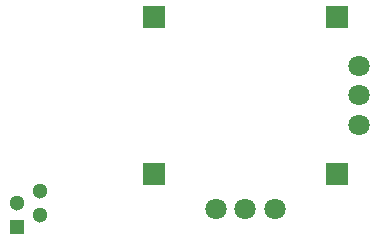
<source format=gtl>
G04 Layer: TopLayer*
G04 EasyEDA v6.5.42, 2024-06-07 13:56:55*
G04 7482dcffd15b4418b76771f7c21639d5,5b5938e4044e44979b54ac5d61ce4e13,10*
G04 Gerber Generator version 0.2*
G04 Scale: 100 percent, Rotated: No, Reflected: No *
G04 Dimensions in millimeters *
G04 leading zeros omitted , absolute positions ,4 integer and 5 decimal *
%FSLAX45Y45*%
%MOMM*%

%ADD10R,1.3000X1.3000*%
%ADD11C,1.3000*%
%ADD12R,1.9000X1.9000*%
%ADD13C,1.8000*%

%LPD*%
D10*
G01*
X1600Y17579162D03*
D11*
G01*
X201599Y17679162D03*
G01*
X1600Y17779161D03*
G01*
X201599Y17879161D03*
D12*
G01*
X2711983Y19356959D03*
G01*
X2711983Y18027065D03*
G01*
X1161999Y18027065D03*
G01*
X1161999Y19356959D03*
D13*
G01*
X1686991Y17727066D03*
G01*
X1937004Y17727041D03*
G01*
X2186990Y17727066D03*
G01*
X2902000Y18442051D03*
G01*
X2902000Y18692037D03*
G01*
X2902000Y18942050D03*
M02*

</source>
